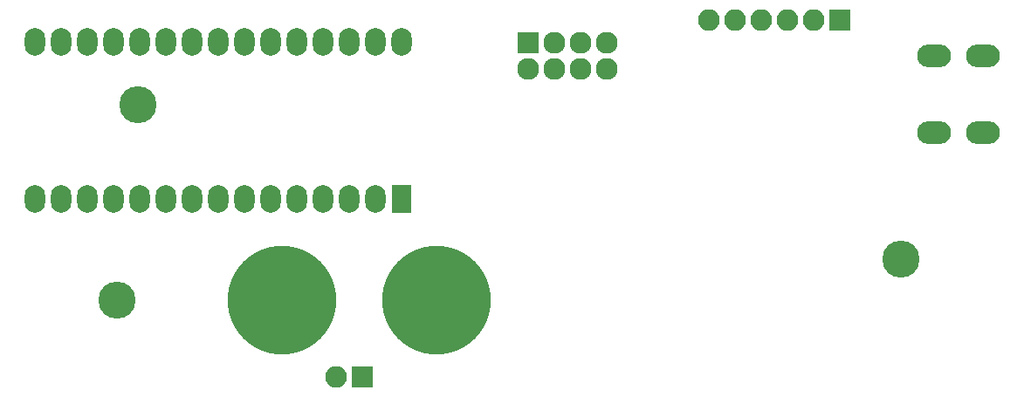
<source format=gts>
G04 #@! TF.FileFunction,Soldermask,Top*
%FSLAX46Y46*%
G04 Gerber Fmt 4.6, Leading zero omitted, Abs format (unit mm)*
G04 Created by KiCad (PCBNEW 4.0.7) date 12/02/17 18:35:54*
%MOMM*%
%LPD*%
G01*
G04 APERTURE LIST*
%ADD10C,0.100000*%
%ADD11O,2.127200X2.127200*%
%ADD12R,2.127200X2.127200*%
%ADD13R,2.100000X2.100000*%
%ADD14O,2.100000X2.100000*%
%ADD15C,3.600000*%
%ADD16O,3.300000X2.200000*%
%ADD17R,1.974800X2.686000*%
%ADD18O,1.974800X2.686000*%
%ADD19C,10.560000*%
G04 APERTURE END LIST*
D10*
D11*
X111500000Y-54960000D03*
X111500000Y-57500000D03*
X108960000Y-54960000D03*
X108960000Y-57500000D03*
X106420000Y-54960000D03*
X106420000Y-57500000D03*
D12*
X103880000Y-54960000D03*
D11*
X103880000Y-57500000D03*
D13*
X134120000Y-52800000D03*
D14*
X131580000Y-52800000D03*
X129040000Y-52800000D03*
X126500000Y-52800000D03*
X123960000Y-52800000D03*
X121420000Y-52800000D03*
D15*
X64000000Y-80000000D03*
X140000000Y-76000000D03*
D16*
X143200000Y-56300000D03*
X143200000Y-63700000D03*
X147950000Y-63700000D03*
X147950000Y-56300000D03*
D17*
X91550000Y-70120000D03*
D18*
X89010000Y-70120000D03*
X86470000Y-70120000D03*
X83930000Y-70120000D03*
X81390000Y-70120000D03*
X78850000Y-70120000D03*
X76310000Y-70120000D03*
X73770000Y-70120000D03*
X71230000Y-70120000D03*
X68690000Y-70120000D03*
X66150000Y-70120000D03*
X63610000Y-70120000D03*
X61070000Y-70120000D03*
X58530000Y-70120000D03*
X55990000Y-70120000D03*
X55990000Y-54880000D03*
X58530000Y-54880000D03*
X61070000Y-54880000D03*
X63610000Y-54880000D03*
X66150000Y-54880000D03*
X68690000Y-54880000D03*
X71230000Y-54880000D03*
X73770000Y-54880000D03*
X76310000Y-54880000D03*
X78850000Y-54880000D03*
X81390000Y-54880000D03*
X83930000Y-54880000D03*
X86470000Y-54880000D03*
X89010000Y-54880000D03*
X91550000Y-54880000D03*
D15*
X66000000Y-61000000D03*
D19*
X95000000Y-80000000D03*
X80000000Y-80000000D03*
D13*
X87800000Y-87400000D03*
D14*
X85260000Y-87400000D03*
M02*

</source>
